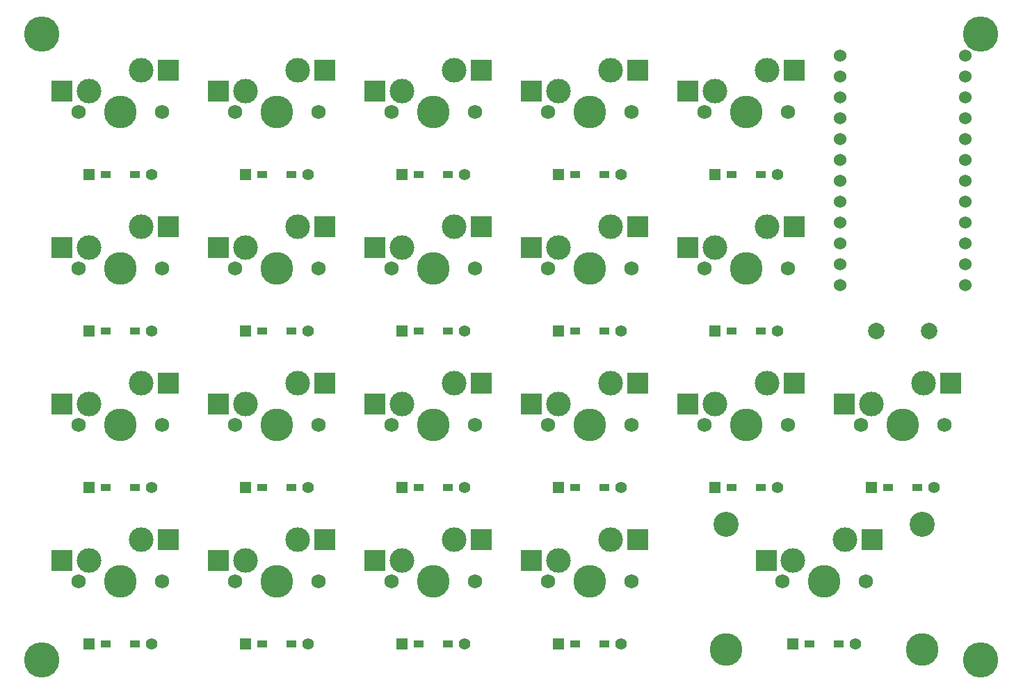
<source format=gbr>
%TF.GenerationSoftware,KiCad,Pcbnew,(5.1.10)-1*%
%TF.CreationDate,2021-05-18T00:23:08+09:00*%
%TF.ProjectId,intro21,696e7472-6f32-4312-9e6b-696361645f70,rev?*%
%TF.SameCoordinates,Original*%
%TF.FileFunction,Soldermask,Bot*%
%TF.FilePolarity,Negative*%
%FSLAX46Y46*%
G04 Gerber Fmt 4.6, Leading zero omitted, Abs format (unit mm)*
G04 Created by KiCad (PCBNEW (5.1.10)-1) date 2021-05-18 00:23:08*
%MOMM*%
%LPD*%
G01*
G04 APERTURE LIST*
%ADD10C,4.300000*%
%ADD11R,1.300000X0.950000*%
%ADD12C,1.397000*%
%ADD13R,1.397000X1.397000*%
%ADD14C,1.524000*%
%ADD15R,2.550000X2.500000*%
%ADD16C,1.750000*%
%ADD17C,3.000000*%
%ADD18C,3.987800*%
%ADD19C,3.048000*%
%ADD20C,2.000000*%
G04 APERTURE END LIST*
D10*
%TO.C,Ref\u002A\u002A*%
X92060300Y-66054300D03*
%TD*%
%TO.C,Ref\u002A\u002A*%
X92060300Y-142254300D03*
%TD*%
%TO.C,Ref\u002A\u002A*%
X206360300Y-142254300D03*
%TD*%
%TO.C,Ref\u002A\u002A*%
X206360650Y-66054900D03*
%TD*%
D11*
%TO.C,D21*%
X189085650Y-140349900D03*
D12*
X191120650Y-140349900D03*
D13*
X183500650Y-140349900D03*
D11*
X185535650Y-140349900D03*
%TD*%
%TO.C,D20*%
X160510650Y-140349900D03*
D12*
X162545650Y-140349900D03*
D13*
X154925650Y-140349900D03*
D11*
X156960650Y-140349900D03*
%TD*%
%TO.C,D19*%
X141460650Y-140349900D03*
D12*
X143495650Y-140349900D03*
D13*
X135875650Y-140349900D03*
D11*
X137910650Y-140349900D03*
%TD*%
%TO.C,D18*%
X122410650Y-140349900D03*
D12*
X124445650Y-140349900D03*
D13*
X116825650Y-140349900D03*
D11*
X118860650Y-140349900D03*
%TD*%
%TO.C,D17*%
X103360650Y-140349900D03*
D12*
X105395650Y-140349900D03*
D13*
X97775650Y-140349900D03*
D11*
X99810650Y-140349900D03*
%TD*%
%TO.C,D16*%
X198610650Y-121299900D03*
D12*
X200645650Y-121299900D03*
D13*
X193025650Y-121299900D03*
D11*
X195060650Y-121299900D03*
%TD*%
%TO.C,D15*%
X179560650Y-121299900D03*
D12*
X181595650Y-121299900D03*
D13*
X173975650Y-121299900D03*
D11*
X176010650Y-121299900D03*
%TD*%
%TO.C,D14*%
X160510650Y-121299900D03*
D12*
X162545650Y-121299900D03*
D13*
X154925650Y-121299900D03*
D11*
X156960650Y-121299900D03*
%TD*%
%TO.C,D13*%
X141460650Y-121299900D03*
D12*
X143495650Y-121299900D03*
D13*
X135875650Y-121299900D03*
D11*
X137910650Y-121299900D03*
%TD*%
%TO.C,D12*%
X122410650Y-121299900D03*
D12*
X124445650Y-121299900D03*
D13*
X116825650Y-121299900D03*
D11*
X118860650Y-121299900D03*
%TD*%
%TO.C,D11*%
X103360650Y-121299900D03*
D12*
X105395650Y-121299900D03*
D13*
X97775650Y-121299900D03*
D11*
X99810650Y-121299900D03*
%TD*%
%TO.C,D10*%
X179560650Y-102249900D03*
D12*
X181595650Y-102249900D03*
D13*
X173975650Y-102249900D03*
D11*
X176010650Y-102249900D03*
%TD*%
%TO.C,D9*%
X160510650Y-102249900D03*
D12*
X162545650Y-102249900D03*
D13*
X154925650Y-102249900D03*
D11*
X156960650Y-102249900D03*
%TD*%
%TO.C,D8*%
X141460650Y-102249900D03*
D12*
X143495650Y-102249900D03*
D13*
X135875650Y-102249900D03*
D11*
X137910650Y-102249900D03*
%TD*%
%TO.C,D7*%
X122410650Y-102249900D03*
D12*
X124445650Y-102249900D03*
D13*
X116825650Y-102249900D03*
D11*
X118860650Y-102249900D03*
%TD*%
%TO.C,D6*%
X103360650Y-102249900D03*
D12*
X105395650Y-102249900D03*
D13*
X97775650Y-102249900D03*
D11*
X99810650Y-102249900D03*
%TD*%
%TO.C,D5*%
X179560650Y-83199900D03*
D12*
X181595650Y-83199900D03*
D13*
X173975650Y-83199900D03*
D11*
X176010650Y-83199900D03*
%TD*%
%TO.C,D4*%
X160510650Y-83199900D03*
D12*
X162545650Y-83199900D03*
D13*
X154925650Y-83199900D03*
D11*
X156960650Y-83199900D03*
%TD*%
%TO.C,D3*%
X141460650Y-83199900D03*
D12*
X143495650Y-83199900D03*
D13*
X135875650Y-83199900D03*
D11*
X137910650Y-83199900D03*
%TD*%
%TO.C,D2*%
X122410650Y-83199900D03*
D12*
X124445650Y-83199900D03*
D13*
X116825650Y-83199900D03*
D11*
X118860650Y-83199900D03*
%TD*%
%TO.C,D1*%
X103360650Y-83199900D03*
D12*
X105395650Y-83199900D03*
D13*
X97775650Y-83199900D03*
D11*
X99810650Y-83199900D03*
%TD*%
D14*
%TO.C,U1*%
X189227050Y-68721900D03*
X189227050Y-71261900D03*
X189227050Y-73801900D03*
X189227050Y-76341900D03*
X189227050Y-78881900D03*
X189227050Y-81421900D03*
X189227050Y-83961900D03*
X189227050Y-86501900D03*
X189227050Y-89041900D03*
X189227050Y-91581900D03*
X189227050Y-94121900D03*
X189227050Y-96661900D03*
X204447050Y-96661900D03*
X204447050Y-94121900D03*
X204447050Y-91581900D03*
X204447050Y-89041900D03*
X204447050Y-86501900D03*
X204447050Y-83961900D03*
X204447050Y-81421900D03*
X204447050Y-78881900D03*
X204447050Y-76341900D03*
X204447050Y-73801900D03*
X204447050Y-71261900D03*
X204447050Y-68721900D03*
%TD*%
D15*
%TO.C,SW1*%
X107427650Y-70499900D03*
X94500650Y-73039900D03*
D16*
X106665650Y-75579900D03*
X96505650Y-75579900D03*
D17*
X97775650Y-73039900D03*
D18*
X101585650Y-75579900D03*
D17*
X104125650Y-70499900D03*
%TD*%
D15*
%TO.C,SW20*%
X164577650Y-127649900D03*
X151650650Y-130189900D03*
D16*
X163815650Y-132729900D03*
X153655650Y-132729900D03*
D17*
X154925650Y-130189900D03*
D18*
X158735650Y-132729900D03*
D17*
X161275650Y-127649900D03*
%TD*%
D15*
%TO.C,SW19*%
X145527650Y-127649900D03*
X132600650Y-130189900D03*
D16*
X144765650Y-132729900D03*
X134605650Y-132729900D03*
D17*
X135875650Y-130189900D03*
D18*
X139685650Y-132729900D03*
D17*
X142225650Y-127649900D03*
%TD*%
D15*
%TO.C,SW18*%
X126477650Y-127649900D03*
X113550650Y-130189900D03*
D16*
X125715650Y-132729900D03*
X115555650Y-132729900D03*
D17*
X116825650Y-130189900D03*
D18*
X120635650Y-132729900D03*
D17*
X123175650Y-127649900D03*
%TD*%
D15*
%TO.C,SW17*%
X107427650Y-127649900D03*
X94500650Y-130189900D03*
D16*
X106665650Y-132729900D03*
X96505650Y-132729900D03*
D17*
X97775650Y-130189900D03*
D18*
X101585650Y-132729900D03*
D17*
X104125650Y-127649900D03*
%TD*%
D15*
%TO.C,SW16*%
X202677650Y-108599900D03*
X189750650Y-111139900D03*
D16*
X201915650Y-113679900D03*
X191755650Y-113679900D03*
D17*
X193025650Y-111139900D03*
D18*
X196835650Y-113679900D03*
D17*
X199375650Y-108599900D03*
%TD*%
D15*
%TO.C,SW15*%
X183627650Y-108599900D03*
X170700650Y-111139900D03*
D16*
X182865650Y-113679900D03*
X172705650Y-113679900D03*
D17*
X173975650Y-111139900D03*
D18*
X177785650Y-113679900D03*
D17*
X180325650Y-108599900D03*
%TD*%
D15*
%TO.C,SW14*%
X164577650Y-108599900D03*
X151650650Y-111139900D03*
D16*
X163815650Y-113679900D03*
X153655650Y-113679900D03*
D17*
X154925650Y-111139900D03*
D18*
X158735650Y-113679900D03*
D17*
X161275650Y-108599900D03*
%TD*%
D15*
%TO.C,SW13*%
X145527650Y-108599900D03*
X132600650Y-111139900D03*
D16*
X144765650Y-113679900D03*
X134605650Y-113679900D03*
D17*
X135875650Y-111139900D03*
D18*
X139685650Y-113679900D03*
D17*
X142225650Y-108599900D03*
%TD*%
D15*
%TO.C,SW12*%
X126477650Y-108599900D03*
X113550650Y-111139900D03*
D16*
X125715650Y-113679900D03*
X115555650Y-113679900D03*
D17*
X116825650Y-111139900D03*
D18*
X120635650Y-113679900D03*
D17*
X123175650Y-108599900D03*
%TD*%
D15*
%TO.C,SW11*%
X107427650Y-108599900D03*
X94500650Y-111139900D03*
D16*
X106665650Y-113679900D03*
X96505650Y-113679900D03*
D17*
X97775650Y-111139900D03*
D18*
X101585650Y-113679900D03*
D17*
X104125650Y-108599900D03*
%TD*%
D15*
%TO.C,SW10*%
X183627650Y-89549900D03*
X170700650Y-92089900D03*
D16*
X182865650Y-94629900D03*
X172705650Y-94629900D03*
D17*
X173975650Y-92089900D03*
D18*
X177785650Y-94629900D03*
D17*
X180325650Y-89549900D03*
%TD*%
D15*
%TO.C,SW9*%
X164577650Y-89549900D03*
X151650650Y-92089900D03*
D16*
X163815650Y-94629900D03*
X153655650Y-94629900D03*
D17*
X154925650Y-92089900D03*
D18*
X158735650Y-94629900D03*
D17*
X161275650Y-89549900D03*
%TD*%
D15*
%TO.C,SW8*%
X145527650Y-89549900D03*
X132600650Y-92089900D03*
D16*
X144765650Y-94629900D03*
X134605650Y-94629900D03*
D17*
X135875650Y-92089900D03*
D18*
X139685650Y-94629900D03*
D17*
X142225650Y-89549900D03*
%TD*%
D15*
%TO.C,SW7*%
X126477650Y-89549900D03*
X113550650Y-92089900D03*
D16*
X125715650Y-94629900D03*
X115555650Y-94629900D03*
D17*
X116825650Y-92089900D03*
D18*
X120635650Y-94629900D03*
D17*
X123175650Y-89549900D03*
%TD*%
D15*
%TO.C,SW6*%
X107427650Y-89549900D03*
X94500650Y-92089900D03*
D16*
X106665650Y-94629900D03*
X96505650Y-94629900D03*
D17*
X97775650Y-92089900D03*
D18*
X101585650Y-94629900D03*
D17*
X104125650Y-89549900D03*
%TD*%
D15*
%TO.C,SW5*%
X183627650Y-70499900D03*
X170700650Y-73039900D03*
D16*
X182865650Y-75579900D03*
X172705650Y-75579900D03*
D17*
X173975650Y-73039900D03*
D18*
X177785650Y-75579900D03*
D17*
X180325650Y-70499900D03*
%TD*%
D15*
%TO.C,SW4*%
X164577650Y-70499900D03*
X151650650Y-73039900D03*
D16*
X163815650Y-75579900D03*
X153655650Y-75579900D03*
D17*
X154925650Y-73039900D03*
D18*
X158735650Y-75579900D03*
D17*
X161275650Y-70499900D03*
%TD*%
D15*
%TO.C,SW3*%
X145527650Y-70499900D03*
X132600650Y-73039900D03*
D16*
X144765650Y-75579900D03*
X134605650Y-75579900D03*
D17*
X135875650Y-73039900D03*
D18*
X139685650Y-75579900D03*
D17*
X142225650Y-70499900D03*
%TD*%
D15*
%TO.C,SW2*%
X126477650Y-70499900D03*
X113550650Y-73039900D03*
D16*
X125715650Y-75579900D03*
X115555650Y-75579900D03*
D17*
X116825650Y-73039900D03*
D18*
X120635650Y-75579900D03*
D17*
X123175650Y-70499900D03*
%TD*%
D18*
%TO.C,SW21*%
X175372650Y-140984900D03*
X199248650Y-140984900D03*
D19*
X175372650Y-125744900D03*
X199248650Y-125744900D03*
D15*
X193152650Y-127649900D03*
X180225650Y-130189900D03*
D16*
X192390650Y-132729900D03*
X182230650Y-132729900D03*
D17*
X183500650Y-130189900D03*
D18*
X187310650Y-132729900D03*
D17*
X189850650Y-127649900D03*
%TD*%
D20*
%TO.C,RSW1*%
X193585650Y-102249900D03*
X200085650Y-102249900D03*
%TD*%
M02*

</source>
